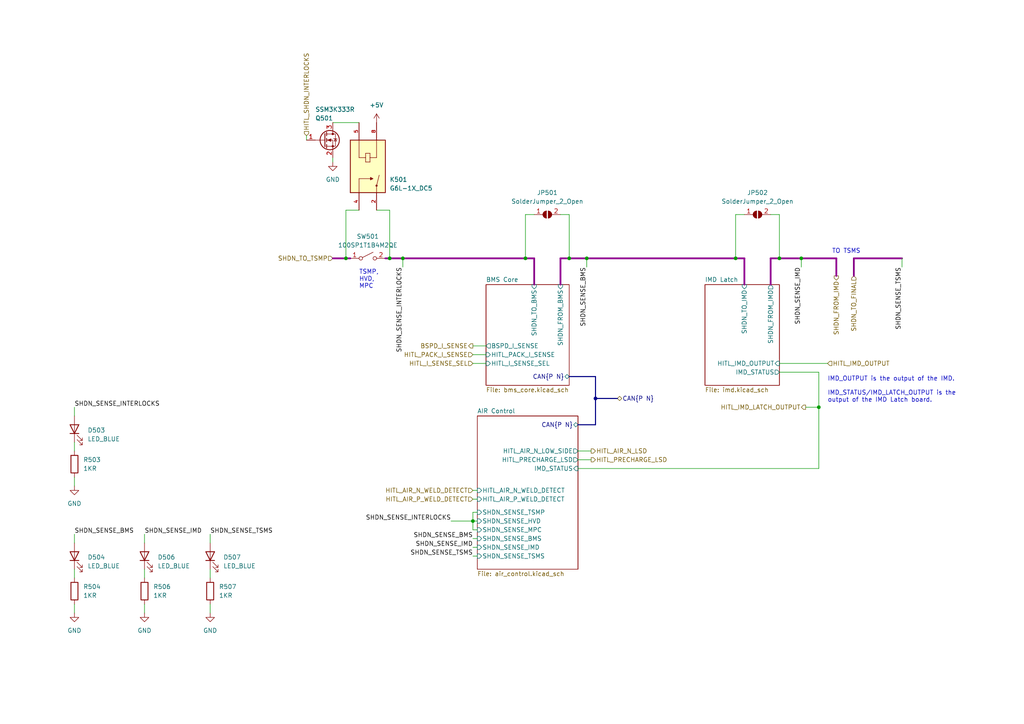
<source format=kicad_sch>
(kicad_sch (version 20230121) (generator eeschema)
  (paper "A4")
  (lib_symbols
    (symbol "1KR_1" (pin_numbers hide) (pin_names (offset 0))
      (property "Reference" "R" (at 2.032 0 90))
      (property "Value" "1KR_1" (at 0 0 90))
      (symbol "1KR_1_0_1"
        (rectangle (start -1.016 -2.54) (end 1.016 2.54) (stroke (width 0.254)))
      )
      (symbol "1KR_1_1_1"
        (pin passive line (at 0 3.81 270) (length 1.27) (name "~") (number "1"))
        (pin passive line (at 0 -3.81 90) (length 1.27) (name "~") (number "2"))
      )
    )
    (symbol "1KR_2" (pin_numbers hide) (pin_names (offset 0))
      (property "Reference" "R" (at 2.032 0 90))
      (property "Value" "1KR_2" (at 0 0 90))
      (symbol "1KR_2_0_1"
        (rectangle (start -1.016 -2.54) (end 1.016 2.54) (stroke (width 0.254)))
      )
      (symbol "1KR_2_1_1"
        (pin passive line (at 0 3.81 270) (length 1.27) (name "~") (number "1"))
        (pin passive line (at 0 -3.81 90) (length 1.27) (name "~") (number "2"))
      )
    )
    (symbol "1KR_3" (pin_numbers hide) (pin_names (offset 0))
      (property "Reference" "R" (at 2.032 0 90))
      (property "Value" "1KR_3" (at 0 0 90))
      (symbol "1KR_3_0_1"
        (rectangle (start -1.016 -2.54) (end 1.016 2.54) (stroke (width 0.254)))
      )
      (symbol "1KR_3_1_1"
        (pin passive line (at 0 3.81 270) (length 1.27) (name "~") (number "1"))
        (pin passive line (at 0 -3.81 90) (length 1.27) (name "~") (number "2"))
      )
    )
    (symbol "Jumper:SolderJumper_2_Open" (pin_names (offset 0) hide)
      (property "Reference" "JP" (at 0 2.032 0))
      (property "Value" "SolderJumper_2_Open" (at 0 -2.54 0))
      (symbol "SolderJumper_2_Open_0_1"
        (arc (start -0.254 1.016) (mid -1.2656 0) (end -0.254 -1.016))
        (arc (start -0.254 1.016) (mid -1.2656 0) (end -0.254 -1.016) (fill (type outline)))
        (polyline (pts (xy -0.254 1.016) (xy -0.254 -1.016)))
        (polyline (pts (xy 0.254 1.016) (xy 0.254 -1.016)))
        (arc (start 0.254 -1.016) (mid 1.2656 0) (end 0.254 1.016))
        (arc (start 0.254 -1.016) (mid 1.2656 0) (end 0.254 1.016) (fill (type outline)))
      )
      (symbol "SolderJumper_2_Open_1_1"
        (pin passive line (at -3.81 0 0) (length 2.54) (name "A") (number "1"))
        (pin passive line (at 3.81 0 180) (length 2.54) (name "B") (number "2"))
      )
    )
    (symbol "OEM:100SP1T1B4M2QE" (pin_names (offset 0) hide)
      (property "Reference" "SW" (at 0 3.175 0))
      (property "Value" "100SP1T1B4M2QE" (at 0 -2.54 0))
      (symbol "100SP1T1B4M2QE_0_0"
        (circle (center -2.032 0) (radius 0.508))
        (polyline (pts (xy -1.524 0.254) (xy 1.524 1.778)))
        (circle (center 2.032 0) (radius 0.508))
      )
      (symbol "100SP1T1B4M2QE_1_1"
        (pin passive line (at -5.08 0 0) (length 2.54) (name "A") (number "1"))
        (pin passive line (at 5.08 0 180) (length 2.54) (name "B") (number "2"))
      )
    )
    (symbol "OEM:1KR" (pin_numbers hide) (pin_names (offset 0))
      (property "Reference" "R" (at 2.032 0 90))
      (property "Value" "1KR" (at 0 0 90))
      (symbol "1KR_0_1"
        (rectangle (start -1.016 -2.54) (end 1.016 2.54) (stroke (width 0.254)))
      )
      (symbol "1KR_1_1"
        (pin passive line (at 0 3.81 270) (length 1.27) (name "~") (number "1"))
        (pin passive line (at 0 -3.81 90) (length 1.27) (name "~") (number "2"))
      )
    )
    (symbol "OEM:G6L-1X_DC5" (pin_names (offset 1.016))
      (property "Reference" "K" (at -7.62 6.35 0))
      (property "Value" "G6L-1X_DC5" (at -7.62 -7.62 0))
      (symbol "G6L-1X_DC5_0_0"
        (rectangle (start -7.62 -5.08) (end 7.62 5.08) (stroke (width 0.254)) (fill (type background)))
        (polyline (pts (xy -7.62 -2.54) (xy -2.54 -2.54)) (stroke (width 0.1524)))
        (polyline (pts (xy -7.62 2.54) (xy -2.54 2.54)) (stroke (width 0.1524)))
        (polyline (pts (xy -3.81 -0.635) (xy -3.81 0.635)) (stroke (width 0.1524)))
        (polyline (pts (xy -3.81 0.635) (xy -2.54 0.635)) (stroke (width 0.1524)))
        (polyline (pts (xy -2.54 -0.635) (xy -3.81 -0.635)) (stroke (width 0.1524)))
        (polyline (pts (xy -2.54 -0.635) (xy -2.54 -2.54)) (stroke (width 0.1524)))
        (polyline (pts (xy -2.54 0.635) (xy -1.27 0.635)) (stroke (width 0.1524)))
        (polyline (pts (xy -2.54 2.54) (xy -2.54 0.635)) (stroke (width 0.1524)))
        (polyline (pts (xy -1.27 -0.635) (xy -2.54 -0.635)) (stroke (width 0.1524)))
        (polyline (pts (xy -1.27 0.635) (xy -1.27 -0.635)) (stroke (width 0.1524)))
        (polyline (pts (xy 3.556 -2.54) (xy 3.556 0.762)) (stroke (width 0.1524)))
        (polyline (pts (xy 5.588 2.54) (xy 2.54 3.302)) (stroke (width 0.1524)))
        (polyline (pts (xy 7.62 -2.54) (xy 3.556 -2.54)) (stroke (width 0.1524)))
        (polyline (pts (xy 7.62 2.54) (xy 5.588 2.54)) (stroke (width 0.1524)))
        (polyline (pts (xy 3.175 0.762) (xy 3.937 0.762) (xy 3.556 1.524) (xy 3.175 0.762)) (stroke (width 0.1524)) (fill (type outline)))
        (circle (center 5.588 2.54) (radius 0.1524) (stroke (width 0.3048)))
        (pin passive line (at 12.7 2.54 180) (length 5.08) (name "~") (number "2"))
        (pin passive line (at 12.7 -2.54 180) (length 5.08) (name "~") (number "4"))
        (pin passive line (at -12.7 -2.54 0) (length 5.08) (name "~") (number "5"))
        (pin passive line (at -12.7 2.54 0) (length 5.08) (name "~") (number "8"))
      )
    )
    (symbol "OEM:LED_BLUE" (pin_numbers hide) (pin_names (offset 1.016) hide)
      (property "Reference" "D" (at 0 2.54 0))
      (property "Value" "LED_BLUE" (at 0 -2.54 0))
      (symbol "LED_BLUE_0_1"
        (polyline (pts (xy -1.27 -1.27) (xy -1.27 1.27)) (stroke (width 0.254)))
        (polyline (pts (xy -1.27 0) (xy 1.27 0)))
        (polyline (pts (xy 1.27 -1.27) (xy 1.27 1.27) (xy -1.27 0) (xy 1.27 -1.27)) (stroke (width 0.254)))
        (polyline (pts (xy -3.048 -0.762) (xy -4.572 -2.286) (xy -3.81 -2.286) (xy -4.572 -2.286) (xy -4.572 -1.524)))
        (polyline (pts (xy -1.778 -0.762) (xy -3.302 -2.286) (xy -2.54 -2.286) (xy -3.302 -2.286) (xy -3.302 -1.524)))
      )
      (symbol "LED_BLUE_1_1"
        (pin passive line (at -3.81 0 0) (length 2.54) (name "K") (number "1"))
        (pin passive line (at 3.81 0 180) (length 2.54) (name "A") (number "2"))
      )
    )
    (symbol "OEM:SSM3K333R" (pin_names (offset 0) hide)
      (property "Reference" "Q" (at 5.08 1.27 0))
      (property "Value" "SSM3K333R" (at 5.08 -1.27 0))
      (symbol "SSM3K333R_0_1"
        (polyline (pts (xy 0.254 0) (xy -2.54 0)))
        (polyline (pts (xy 0.254 1.905) (xy 0.254 -1.905)) (stroke (width 0.254)))
        (polyline (pts (xy 0.762 -1.27) (xy 0.762 -2.286)) (stroke (width 0.254)))
        (polyline (pts (xy 0.762 0.508) (xy 0.762 -0.508)) (stroke (width 0.254)))
        (polyline (pts (xy 0.762 2.286) (xy 0.762 1.27)) (stroke (width 0.254)))
        (polyline (pts (xy 2.54 2.54) (xy 2.54 1.778)))
        (polyline (pts (xy 2.54 -2.54) (xy 2.54 0) (xy 0.762 0)))
        (polyline (pts (xy 0.762 -1.778) (xy 3.302 -1.778) (xy 3.302 1.778) (xy 0.762 1.778)))
        (polyline (pts (xy 1.016 0) (xy 2.032 0.381) (xy 2.032 -0.381) (xy 1.016 0)) (fill (type outline)))
        (polyline (pts (xy 2.794 0.508) (xy 2.921 0.381) (xy 3.683 0.381) (xy 3.81 0.254)))
        (polyline (pts (xy 3.302 0.381) (xy 2.921 -0.254) (xy 3.683 -0.254) (xy 3.302 0.381)))
        (circle (center 1.651 0) (radius 2.794) (stroke (width 0.254)))
        (circle (center 2.54 -1.778) (radius 0.254) (fill (type outline)))
        (circle (center 2.54 1.778) (radius 0.254) (fill (type outline)))
      )
      (symbol "SSM3K333R_1_1"
        (pin input line (at -5.08 0 0) (length 2.54) (name "G") (number "1"))
        (pin passive line (at 2.54 -5.08 90) (length 2.54) (name "S") (number "2"))
        (pin passive line (at 2.54 5.08 270) (length 2.54) (name "D") (number "3"))
      )
    )
    (symbol "power:+5V" (power) (pin_names (offset 0))
      (property "Value" "+5V" (at 0 3.556 0))
      (symbol "+5V_0_1"
        (polyline (pts (xy -0.762 1.27) (xy 0 2.54)))
        (polyline (pts (xy 0 0) (xy 0 2.54)))
        (polyline (pts (xy 0 2.54) (xy 0.762 1.27)))
      )
      (symbol "+5V_1_1"
        (pin power_in line (at 0 0 90) (length 0) hide (name "+5V") (number "1"))
      )
    )
    (symbol "power:GND" (power) (pin_names (offset 0))
      (property "Value" "GND" (at 0 -3.81 0))
      (symbol "GND_0_1"
        (polyline (pts (xy 0 0) (xy 0 -1.27) (xy 1.27 -1.27) (xy 0 -2.54) (xy -1.27 -1.27) (xy 0 -1.27)))
      )
      (symbol "GND_1_1"
        (pin power_in line (at 0 0 270) (length 0) hide (name "GND") (number "1"))
      )
    )
  )
  (junction (at 165.1 74.93))
  (junction (at 213.36 74.93))
  (junction (at 237.49 118.11))
  (junction (at 137.16 151.13))
  (junction (at 100.33 74.93))
  (junction (at 116.84 74.93))
  (junction (at 170.18 74.93))
  (junction (at 226.06 74.93))
  (junction (at 172.72 115.57))
  (junction (at 113.03 74.93))
  (junction (at 232.41 74.93))
  (junction (at 152.4 74.93))
  (wire (pts (xy 137.16 151.13) (xy 138.43 151.13)))
  (wire (pts (xy 170.18 74.93) (xy 213.36 74.93)) (stroke (width 0.508) (color 132 0 132 1)))
  (wire (pts (xy 167.64 133.35) (xy 171.45 133.35)))
  (bus (pts (xy 167.64 123.19) (xy 172.72 123.19)))
  (wire (pts (xy 137.16 100.33) (xy 140.97 100.33)))
  (wire (pts (xy 137.16 156.21) (xy 138.43 156.21)))
  (wire (pts (xy 109.22 60.96) (xy 113.03 60.96)))
  (wire (pts (xy 154.94 74.93) (xy 154.94 82.55)) (stroke (width 0.508) (color 132 0 132 1)))
  (wire (pts (xy 96.52 74.93) (xy 100.33 74.93)) (stroke (width 0.508) (color 132 0 132 1)))
  (wire (pts (xy 152.4 74.93) (xy 152.4 62.23)))
  (wire (pts (xy 100.33 60.96) (xy 100.33 74.93)))
  (wire (pts (xy 152.4 62.23) (xy 154.94 62.23)))
  (wire (pts (xy 137.16 144.78) (xy 138.43 144.78)))
  (wire (pts (xy 21.59 138.43) (xy 21.59 140.97)))
  (wire (pts (xy 226.06 74.93) (xy 232.41 74.93)) (stroke (width 0.508) (color 132 0 132 1)))
  (wire (pts (xy 232.41 77.47) (xy 232.41 74.93)))
  (bus (pts (xy 172.72 109.22) (xy 172.72 115.57)))
  (wire (pts (xy 233.68 118.11) (xy 237.49 118.11)))
  (wire (pts (xy 165.1 62.23) (xy 165.1 74.93)))
  (wire (pts (xy 162.56 74.93) (xy 165.1 74.93)) (stroke (width 0.508) (color 132 0 132 1)))
  (wire (pts (xy 21.59 154.94) (xy 21.59 157.48)))
  (wire (pts (xy 111.76 74.93) (xy 113.03 74.93)) (stroke (width 0.508) (color 132 0 132 1)))
  (wire (pts (xy 223.52 62.23) (xy 226.06 62.23)))
  (wire (pts (xy 21.59 175.26) (xy 21.59 177.8)))
  (wire (pts (xy 242.57 74.93) (xy 242.57 80.01)) (stroke (width 0.508) (color 132 0 132 1)))
  (wire (pts (xy 104.14 60.96) (xy 100.33 60.96)))
  (bus (pts (xy 172.72 115.57) (xy 172.72 123.19)))
  (wire (pts (xy 60.96 175.26) (xy 60.96 177.8)))
  (wire (pts (xy 137.16 161.29) (xy 138.43 161.29)))
  (wire (pts (xy 226.06 107.95) (xy 237.49 107.95)))
  (wire (pts (xy 247.65 74.93) (xy 261.62 74.93)) (stroke (width 0.508) (color 132 0 132 1)))
  (wire (pts (xy 137.16 105.41) (xy 140.97 105.41)))
  (wire (pts (xy 100.33 74.93) (xy 101.6 74.93)) (stroke (width 0.508) (color 132 0 132 1)))
  (wire (pts (xy 21.59 118.11) (xy 21.59 120.65)))
  (wire (pts (xy 137.16 153.67) (xy 138.43 153.67)))
  (wire (pts (xy 137.16 102.87) (xy 140.97 102.87)))
  (wire (pts (xy 137.16 148.59) (xy 137.16 151.13)))
  (wire (pts (xy 41.91 154.94) (xy 41.91 157.48)))
  (wire (pts (xy 60.96 154.94) (xy 60.96 157.48)))
  (wire (pts (xy 223.52 74.93) (xy 226.06 74.93)) (stroke (width 0.508) (color 132 0 132 1)))
  (wire (pts (xy 213.36 62.23) (xy 215.9 62.23)))
  (wire (pts (xy 152.4 74.93) (xy 154.94 74.93)) (stroke (width 0.508) (color 132 0 132 1)))
  (wire (pts (xy 167.64 130.81) (xy 171.45 130.81)))
  (wire (pts (xy 237.49 118.11) (xy 237.49 135.89)))
  (wire (pts (xy 226.06 105.41) (xy 240.03 105.41)))
  (wire (pts (xy 113.03 60.96) (xy 113.03 74.93)))
  (wire (pts (xy 232.41 74.93) (xy 242.57 74.93)) (stroke (width 0.508) (color 132 0 132 1)))
  (wire (pts (xy 113.03 74.93) (xy 116.84 74.93)) (stroke (width 0.508) (color 132 0 132 1)))
  (wire (pts (xy 167.64 135.89) (xy 237.49 135.89)))
  (wire (pts (xy 137.16 142.24) (xy 138.43 142.24)))
  (wire (pts (xy 116.84 74.93) (xy 116.84 77.47)))
  (wire (pts (xy 60.96 165.1) (xy 60.96 167.64)))
  (wire (pts (xy 223.52 74.93) (xy 223.52 82.55)) (stroke (width 0.508) (color 132 0 132 1)))
  (wire (pts (xy 130.81 151.13) (xy 137.16 151.13)))
  (wire (pts (xy 41.91 175.26) (xy 41.91 177.8)))
  (wire (pts (xy 247.65 80.01) (xy 247.65 74.93)) (stroke (width 0.508) (color 132 0 132 1)))
  (wire (pts (xy 137.16 151.13) (xy 137.16 153.67)))
  (wire (pts (xy 116.84 74.93) (xy 152.4 74.93)) (stroke (width 0.508) (color 132 0 132 1)))
  (wire (pts (xy 165.1 74.93) (xy 170.18 74.93)) (stroke (width 0.508) (color 132 0 132 1)))
  (wire (pts (xy 162.56 74.93) (xy 162.56 82.55)) (stroke (width 0.508) (color 132 0 132 1)))
  (bus (pts (xy 165.1 109.22) (xy 172.72 109.22)))
  (wire (pts (xy 88.9 39.37) (xy 88.9 40.64)))
  (wire (pts (xy 261.62 77.47) (xy 261.62 74.93)))
  (wire (pts (xy 96.52 45.72) (xy 96.52 46.99)))
  (wire (pts (xy 96.52 35.56) (xy 104.14 35.56)))
  (wire (pts (xy 213.36 74.93) (xy 213.36 62.23)))
  (bus (pts (xy 172.72 115.57) (xy 179.07 115.57)))
  (wire (pts (xy 162.56 62.23) (xy 165.1 62.23)))
  (wire (pts (xy 213.36 74.93) (xy 215.9 74.93)) (stroke (width 0.508) (color 132 0 132 1)))
  (wire (pts (xy 215.9 74.93) (xy 215.9 82.55)) (stroke (width 0.508) (color 132 0 132 1)))
  (wire (pts (xy 21.59 128.27) (xy 21.59 130.81)))
  (wire (pts (xy 21.59 165.1) (xy 21.59 167.64)))
  (wire (pts (xy 170.18 77.47) (xy 170.18 74.93)))
  (wire (pts (xy 41.91 165.1) (xy 41.91 167.64)))
  (wire (pts (xy 137.16 148.59) (xy 138.43 148.59)))
  (wire (pts (xy 226.06 62.23) (xy 226.06 74.93)))
  (wire (pts (xy 237.49 107.95) (xy 237.49 118.11)))
  (wire (pts (xy 137.16 158.75) (xy 138.43 158.75)))
  (text "IMD_OUTPUT is the output of the IMD.\n\nIMD_STATUS/IMD_LATCH_OUTPUT is the\noutput of the IMD Latch board." (at 240.03 116.84 0) (effects (font (size 1.27 1.27)) (justify left bottom)))
  (text "TSMP,\nHVD,\nMPC" (at 104.14 83.82 0) (effects (font (size 1.27 1.27)) (justify left bottom)))
  (text "TO TSMS" (at 241.3 73.66 0) (effects (font (size 1.27 1.27)) (justify left bottom)))
  (label "SHDN_SENSE_INTERLOCKS" (at 130.81 151.13 180))
  (label "SHDN_SENSE_IMD" (at 137.16 158.75 180))
  (label "SHDN_SENSE_INTERLOCKS" (at 116.84 77.47 270))
  (label "SHDN_SENSE_BMS" (at 137.16 156.21 180))
  (label "SHDN_SENSE_BMS" (at 21.59 154.94 0))
  (label "SHDN_SENSE_IMD" (at 232.41 77.47 270))
  (label "SHDN_SENSE_TSMS" (at 261.62 77.47 270))
  (label "SHDN_SENSE_INTERLOCKS" (at 21.59 118.11 0))
  (label "SHDN_SENSE_TSMS" (at 137.16 161.29 180))
  (label "SHDN_SENSE_BMS" (at 170.18 77.47 270))
  (label "SHDN_SENSE_TSMS" (at 60.96 154.94 0))
  (label "SHDN_SENSE_IMD" (at 41.91 154.94 0))
  (hierarchical_label "HITL_IMD_LATCH_OUTPUT" (shape output) (at 233.68 118.11 180))
  (hierarchical_label "BSPD_I_SENSE" (shape output) (at 137.16 100.33 180))
  (hierarchical_label "HITL_AIR_N_LSD" (shape output) (at 171.45 130.81 0))
  (hierarchical_label "HITL_PRECHARGE_LSD" (shape output) (at 171.45 133.35 0))
  (hierarchical_label "HITL_IMD_OUTPUT" (shape input) (at 240.03 105.41 0))
  (hierarchical_label "SHDN_TO_FINAL" (shape input) (at 247.65 80.01 270))
  (hierarchical_label "HITL_I_SENSE_SEL" (shape input) (at 137.16 105.41 180))
  (hierarchical_label "HITL_AIR_P_WELD_DETECT" (shape input) (at 137.16 144.78 180))
  (hierarchical_label "HITL_SHDN_INTERLOCKS" (shape input) (at 88.9 39.37 90))
  (hierarchical_label "HITL_PACK_I_SENSE" (shape input) (at 137.16 102.87 180))
  (hierarchical_label "HITL_AIR_N_WELD_DETECT" (shape input) (at 137.16 142.24 180))
  (hierarchical_label "CAN{P N}" (shape bidirectional) (at 179.07 115.57 0))
  (hierarchical_label "SHDN_TO_TSMP" (shape input) (at 96.52 74.93 180))
  (hierarchical_label "SHDN_FROM_IMD" (shape output) (at 242.57 80.01 270))
  (symbol (lib_name "1KR_1") (lib_id "OEM:1KR") (at 21.59 171.45 0) (unit 1)
    (property "Reference" "R504" (at 24.13 170.1799 0) (effects (justify left)))
    (property "Value" "1KR" (at 24.13 172.7199 0) (effects (justify left)))
    (property "Footprint" "OEM:R_0603" (effects hide))
    (property "Datasheet" "${OEM_DIR}/parts/datasheets/stackpole_RMCF_RMCP.pdf" (effects hide))
    (property "MFN" "Stackpole Electronics" (effects hide))
    (property "MPN" "RMCF0603FT1K00" (effects hide))
    (property "DKPN" "RMCF0603FT1K00TR-ND" (effects hide))
    (property "NewDesigns" "YES" (effects hide))
    (property "Stocked" "Reel" (effects hide))
    (property "Package" "0603" (effects hide))
    (property "Style" "SMD" (effects hide))
  )
  (symbol (lib_id "power:+5V") (at 109.22 35.56 0) (unit 1)
    (property "Reference" "#PWR?" (effects hide))
    (property "Value" "+5V" (at 109.22 30.48 0))
  )
  (symbol (lib_name "1KR_3") (lib_id "OEM:1KR") (at 21.59 134.62 0) (unit 1)
    (property "Reference" "R503" (at 24.13 133.3499 0) (effects (justify left)))
    (property "Value" "1KR" (at 24.13 135.8899 0) (effects (justify left)))
    (property "Footprint" "OEM:R_0603" (effects hide))
    (property "Datasheet" "${OEM_DIR}/parts/datasheets/stackpole_RMCF_RMCP.pdf" (effects hide))
    (property "MFN" "Stackpole Electronics" (effects hide))
    (property "MPN" "RMCF0603FT1K00" (effects hide))
    (property "DKPN" "RMCF0603FT1K00TR-ND" (effects hide))
    (property "NewDesigns" "YES" (effects hide))
    (property "Stocked" "Reel" (effects hide))
    (property "Package" "0603" (effects hide))
    (property "Style" "SMD" (effects hide))
  )
  (symbol (lib_id "Jumper:SolderJumper_2_Open") (at 219.71 62.23 0) (unit 1) (in_bom no)
    (property "Reference" "JP502" (at 219.71 55.88 0))
    (property "Value" "SolderJumper_2_Open" (at 219.71 58.42 0))
    (property "Footprint" "Jumper:SolderJumper-2_P1.3mm_Open_RoundedPad1.0x1.5mm" (effects hide))
  )
  (symbol (lib_id "power:GND") (at 96.52 46.99 0) (unit 1)
    (property "Reference" "#PWR?" (effects hide))
    (property "Value" "GND" (at 96.52 52.07 0))
  )
  (symbol (lib_id "OEM:1KR") (at 60.96 171.45 0) (unit 1)
    (property "Reference" "R507" (at 63.5 170.1799 0) (effects (justify left)))
    (property "Value" "1KR" (at 63.5 172.7199 0) (effects (justify left)))
    (property "Footprint" "OEM:R_0603" (effects hide))
    (property "Datasheet" "${OEM_DIR}/parts/datasheets/stackpole_RMCF_RMCP.pdf" (effects hide))
    (property "MFN" "Stackpole Electronics" (effects hide))
    (property "MPN" "RMCF0603FT1K00" (effects hide))
    (property "DKPN" "RMCF0603FT1K00TR-ND" (effects hide))
    (property "NewDesigns" "YES" (effects hide))
    (property "Stocked" "Reel" (effects hide))
    (property "Package" "0603" (effects hide))
    (property "Style" "SMD" (effects hide))
  )
  (symbol (lib_id "OEM:100SP1T1B4M2QE") (at 106.68 74.93 0) (unit 1)
    (property "Reference" "SW501" (at 106.68 68.58 0))
    (property "Value" "100SP1T1B4M2QE" (at 106.68 71.12 0))
    (property "Footprint" "footprints:SW_100SP1T1B4M2QE" (effects hide))
    (property "Datasheet" "https://sten-eswitch-13110800-production.s3.amazonaws.com/system/asset/product_line/data_sheet/129/100.pdf" (effects hide))
    (property "MPN" "100SP1T1B4M2QE" (effects hide))
    (property "MFN" "E-Switch" (effects hide))
    (property "DKPN" "EG2355-ND" (effects hide))
    (property "NewDesigns" "YES" (effects hide))
    (property "Stocked" "Bulk" (effects hide))
    (property "Package" "Custom" (effects hide))
    (property "Style" "THT" (effects hide))
  )
  (symbol (lib_id "OEM:LED_BLUE") (at 21.59 161.29 90) (unit 1)
    (property "Reference" "D504" (at 25.4 161.6201 90) (effects (justify right)))
    (property "Value" "LED_BLUE" (at 25.4 164.1601 90) (effects (justify right)))
    (property "Footprint" "OEM:CHIPLED_0805" (effects hide))
    (property "Datasheet" "${OEM_DIR}/parts/datasheets/lite-on_LTST-C171TBKT.pdf" (effects hide))
    (property "MFN" "Lite-On" (effects hide))
    (property "MPN" "LTST-C171TBKT" (effects hide))
    (property "DKPN" "160-1645-6-ND" (effects hide))
    (property "Package" "0805" (effects hide))
    (property "NewDesigns" "Yes" (effects hide))
    (property "Stocked" "Digi-Reel" (effects hide))
    (property "Style" "SMD" (effects hide))
  )
  (symbol (lib_id "OEM:SSM3K333R") (at 93.98 40.64 0) (unit 1)
    (property "Reference" "Q501" (at 91.44 34.29 0) (effects (justify left)))
    (property "Value" "SSM3K333R" (at 91.44 31.75 0) (effects (justify left)))
    (property "Footprint" "OEM:SOT-23F" (effects hide))
    (property "Datasheet" "${OEM_DIR}/parts/datasheets/toshiba_SSM3K333R.pdf" (effects hide))
    (property "MFN" "Toshiba" (effects hide))
    (property "MPN" "SSM3K333R,LF" (effects hide))
    (property "DKPN" "SSM3K333RLFDKR-ND" (effects hide))
    (property "Package" "SOT-23" (effects hide))
    (property "NewDesigns" "YES" (effects hide))
    (property "Stocked" "Digi-Reel" (effects hide))
    (property "Style" "SMD" (effects hide))
  )
  (symbol (lib_name "1KR_2") (lib_id "OEM:1KR") (at 41.91 171.45 0) (unit 1)
    (property "Reference" "R506" (at 44.45 170.1799 0) (effects (justify left)))
    (property "Value" "1KR" (at 44.45 172.7199 0) (effects (justify left)))
    (property "Footprint" "OEM:R_0603" (effects hide))
    (property "Datasheet" "${OEM_DIR}/parts/datasheets/stackpole_RMCF_RMCP.pdf" (effects hide))
    (property "MFN" "Stackpole Electronics" (effects hide))
    (property "MPN" "RMCF0603FT1K00" (effects hide))
    (property "DKPN" "RMCF0603FT1K00TR-ND" (effects hide))
    (property "NewDesigns" "YES" (effects hide))
    (property "Stocked" "Reel" (effects hide))
    (property "Package" "0603" (effects hide))
    (property "Style" "SMD" (effects hide))
  )
  (symbol (lib_id "power:GND") (at 21.59 140.97 0) (unit 1)
    (property "Reference" "#PWR?" (effects hide))
    (property "Value" "GND" (at 21.59 146.05 0))
  )
  (symbol (lib_id "OEM:LED_BLUE") (at 60.96 161.29 90) (unit 1)
    (property "Reference" "D507" (at 64.77 161.6201 90) (effects (justify right)))
    (property "Value" "LED_BLUE" (at 64.77 164.1601 90) (effects (justify right)))
    (property "Footprint" "OEM:CHIPLED_0805" (effects hide))
    (property "Datasheet" "${OEM_DIR}/parts/datasheets/lite-on_LTST-C171TBKT.pdf" (effects hide))
    (property "MFN" "Lite-On" (effects hide))
    (property "MPN" "LTST-C171TBKT" (effects hide))
    (property "DKPN" "160-1645-6-ND" (effects hide))
    (property "Package" "0805" (effects hide))
    (property "NewDesigns" "Yes" (effects hide))
    (property "Stocked" "Digi-Reel" (effects hide))
    (property "Style" "SMD" (effects hide))
  )
  (symbol (lib_id "OEM:LED_BLUE") (at 21.59 124.46 90) (unit 1)
    (property "Reference" "D503" (at 25.4 124.7901 90) (effects (justify right)))
    (property "Value" "LED_BLUE" (at 25.4 127.3301 90) (effects (justify right)))
    (property "Footprint" "OEM:CHIPLED_0805" (effects hide))
    (property "Datasheet" "${OEM_DIR}/parts/datasheets/lite-on_LTST-C171TBKT.pdf" (effects hide))
    (property "MFN" "Lite-On" (effects hide))
    (property "MPN" "LTST-C171TBKT" (effects hide))
    (property "DKPN" "160-1645-6-ND" (effects hide))
    (property "Package" "0805" (effects hide))
    (property "NewDesigns" "Yes" (effects hide))
    (property "Stocked" "Digi-Reel" (effects hide))
    (property "Style" "SMD" (effects hide))
  )
  (symbol (lib_id "power:GND") (at 60.96 177.8 0) (unit 1)
    (property "Reference" "#PWR?" (effects hide))
    (property "Value" "GND" (at 60.96 182.88 0))
  )
  (symbol (lib_id "Jumper:SolderJumper_2_Open") (at 158.75 62.23 0) (unit 1) (in_bom no)
    (property "Reference" "JP501" (at 158.75 55.88 0))
    (property "Value" "SolderJumper_2_Open" (at 158.75 58.42 0))
    (property "Footprint" "Jumper:SolderJumper-2_P1.3mm_Open_RoundedPad1.0x1.5mm" (effects hide))
  )
  (symbol (lib_id "OEM:LED_BLUE") (at 41.91 161.29 90) (unit 1)
    (property "Reference" "D506" (at 45.72 161.6201 90) (effects (justify right)))
    (property "Value" "LED_BLUE" (at 45.72 164.1601 90) (effects (justify right)))
    (property "Footprint" "OEM:CHIPLED_0805" (effects hide))
    (property "Datasheet" "${OEM_DIR}/parts/datasheets/lite-on_LTST-C171TBKT.pdf" (effects hide))
    (property "MFN" "Lite-On" (effects hide))
    (property "MPN" "LTST-C171TBKT" (effects hide))
    (property "DKPN" "160-1645-6-ND" (effects hide))
    (property "Package" "0805" (effects hide))
    (property "NewDesigns" "Yes" (effects hide))
    (property "Stocked" "Digi-Reel" (effects hide))
    (property "Style" "SMD" (effects hide))
  )
  (symbol (lib_id "power:GND") (at 21.59 177.8 0) (unit 1)
    (property "Reference" "#PWR?" (effects hide))
    (property "Value" "GND" (at 21.59 182.88 0))
  )
  (symbol (lib_id "power:GND") (at 41.91 177.8 0) (unit 1)
    (property "Reference" "#PWR?" (effects hide))
    (property "Value" "GND" (at 41.91 182.88 0))
  )
  (symbol (lib_id "OEM:G6L-1X_DC5") (at 106.68 48.26 270) (unit 1)
    (property "Reference" "K501" (at 113.03 52.07 90) (effects (justify left)))
    (property "Value" "G6L-1X_DC5" (at 113.03 54.61 90) (effects (justify left)))
    (property "Footprint" "footprints:RELAY_G6L-1P_DC5" (effects hide))
    (property "Datasheet" "https://media.digikey.com/pdf/Data%20Sheets/Omron%20PDFs/G6L.pdf" (effects hide))
    (property "MPN" "G6L-1P DC5" (effects hide))
    (property "MFN" "Omron Electronics" (effects hide))
    (property "DKPN" "Z1228-ND" (effects hide))
    (property "NewDesigns" "YES" (effects hide))
    (property "Stocked" "Tube" (effects hide))
    (property "Package" "Custom" (effects hide))
    (property "Style" "THT" (effects hide))
  )
  (sheet (at 140.97 82.55) (size 24.13 29.21) (stroke (width 0.1524))
    (property "Sheetname" "BMS Core" (at 140.97 81.8384 0) (effects (justify left bottom)))
    (property "Sheetfile" "bms_core.kicad_sch" (at 140.97 112.3446 0) (effects (justify left top)))
    (pin "SHDN_TO_BMS" input (at 154.94 82.55 90))
    (pin "SHDN_FROM_BMS" input (at 162.56 82.55 90))
    (pin "BSPD_I_SENSE" output (at 140.97 100.33 180))
    (pin "CAN{P N}" bidirectional (at 165.1 109.22 0))
    (pin "HITL_PACK_I_SENSE" input (at 140.97 102.87 180))
    (pin "HITL_I_SENSE_SEL" input (at 140.97 105.41 180))
  )
  (sheet (at 138.43 120.65) (size 29.21 44.45) (stroke (width 0.1524))
    (property "Sheetname" "AIR Control" (at 138.43 119.9384 0) (effects (justify left bottom)))
    (property "Sheetfile" "air_control.kicad_sch" (at 138.43 165.6846 0) (effects (justify left top)))
    (pin "CAN{P N}" bidirectional (at 167.64 123.19 0))
    (pin "SHDN_SENSE_BMS" input (at 138.43 156.21 180))
    (pin "SHDN_SENSE_TSMS" input (at 138.43 161.29 180))
    (pin "SHDN_SENSE_MPC" input (at 138.43 153.67 180))
    (pin "SHDN_SENSE_IMD" input (at 138.43 158.75 180))
    (pin "SHDN_SENSE_HVD" input (at 138.43 151.13 180))
    (pin "SHDN_SENSE_TSMP" input (at 138.43 148.59 180))
    (pin "HITL_PRECHARGE_LSD" output (at 167.64 133.35 0))
    (pin "IMD_STATUS" input (at 167.64 135.89 0))
    (pin "HITL_AIR_N_WELD_DETECT" input (at 138.43 142.24 180))
    (pin "HITL_AIR_P_WELD_DETECT" input (at 138.43 144.78 180))
    (pin "HITL_AIR_N_LOW_SIDE" output (at 167.64 130.81 0))
  )
  (sheet (at 204.47 82.55) (size 21.59 29.21) (stroke (width 0.1524))
    (property "Sheetname" "IMD Latch" (at 204.47 81.8384 0) (effects (justify left bottom)))
    (property "Sheetfile" "imd.kicad_sch" (at 204.47 112.3446 0) (effects (justify left top)))
    (pin "SHDN_TO_IMD" input (at 215.9 82.55 90))
    (pin "SHDN_FROM_IMD" output (at 223.52 82.55 90))
    (pin "IMD_STATUS" output (at 226.06 107.95 0))
    (pin "HITL_IMD_OUTPUT" input (at 226.06 105.41 0))
  )
)
</source>
